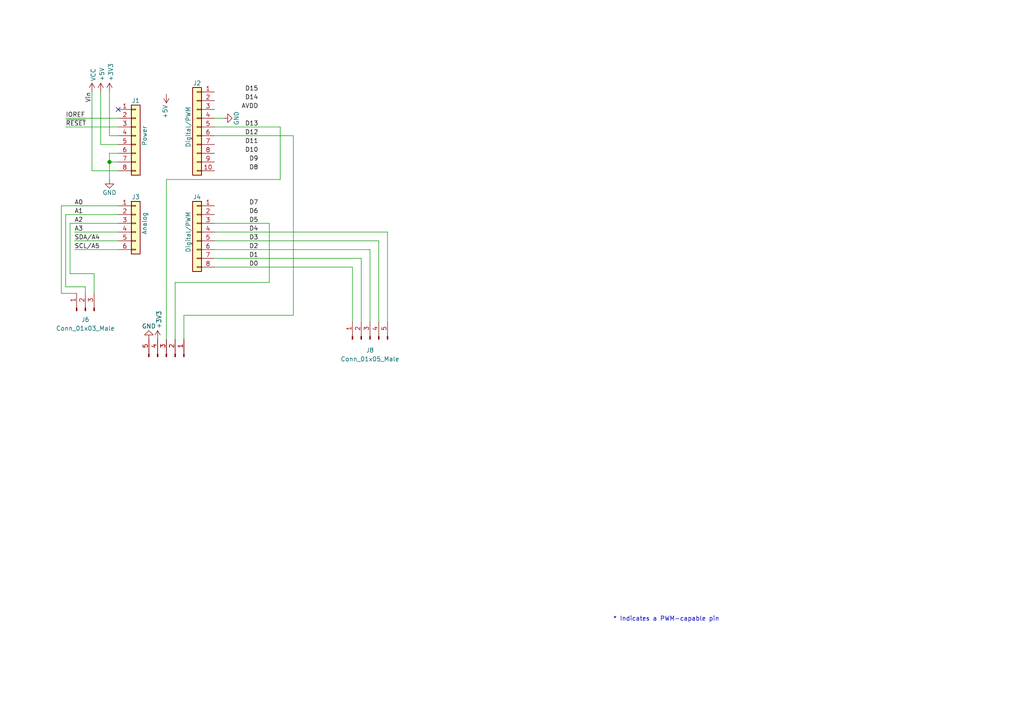
<source format=kicad_sch>
(kicad_sch (version 20211123) (generator eeschema)
  (paper "A4")
  (title_block (date "mar. 31 mars 2015"))
  (lib_symbols
    (symbol "Connector:Conn_01x03_Male" (pin_names (offset 1.016) hide)
      (property "Reference" "J" (at 0 5.08 0))
      (property "Value" "Conn_01x03_Male" (at 0 -5.08 0))
      (symbol "Conn_01x03_Male_1_1"
        (polyline (pts (xy 1.27 -2.54) (xy 0.8636 -2.54)) (stroke (width 0.1524)))
        (polyline (pts (xy 1.27 0) (xy 0.8636 0)) (stroke (width 0.1524)))
        (polyline (pts (xy 1.27 2.54) (xy 0.8636 2.54)) (stroke (width 0.1524)))
        (rectangle (start 0.8636 -2.413) (end 0 -2.667) (stroke (width 0.1524)) (fill (type outline)))
        (rectangle (start 0.8636 0.127) (end 0 -0.127) (stroke (width 0.1524)) (fill (type outline)))
        (rectangle (start 0.8636 2.667) (end 0 2.413) (stroke (width 0.1524)) (fill (type outline)))
        (pin passive line (at 5.08 2.54 180) (length 3.81) (name "Pin_1") (number "1"))
        (pin passive line (at 5.08 0 180) (length 3.81) (name "Pin_2") (number "2"))
        (pin passive line (at 5.08 -2.54 180) (length 3.81) (name "Pin_3") (number "3"))
      )
    )
    (symbol "Connector:Conn_01x05_Male" (pin_names (offset 1.016) hide)
      (property "Reference" "J" (at 0 7.62 0))
      (property "Value" "Conn_01x05_Male" (at 0 -7.62 0))
      (symbol "Conn_01x05_Male_1_1"
        (polyline (pts (xy 1.27 -5.08) (xy 0.8636 -5.08)) (stroke (width 0.1524)))
        (polyline (pts (xy 1.27 -2.54) (xy 0.8636 -2.54)) (stroke (width 0.1524)))
        (polyline (pts (xy 1.27 0) (xy 0.8636 0)) (stroke (width 0.1524)))
        (polyline (pts (xy 1.27 2.54) (xy 0.8636 2.54)) (stroke (width 0.1524)))
        (polyline (pts (xy 1.27 5.08) (xy 0.8636 5.08)) (stroke (width 0.1524)))
        (rectangle (start 0.8636 -4.953) (end 0 -5.207) (stroke (width 0.1524)) (fill (type outline)))
        (rectangle (start 0.8636 -2.413) (end 0 -2.667) (stroke (width 0.1524)) (fill (type outline)))
        (rectangle (start 0.8636 0.127) (end 0 -0.127) (stroke (width 0.1524)) (fill (type outline)))
        (rectangle (start 0.8636 2.667) (end 0 2.413) (stroke (width 0.1524)) (fill (type outline)))
        (rectangle (start 0.8636 5.207) (end 0 4.953) (stroke (width 0.1524)) (fill (type outline)))
        (pin passive line (at 5.08 5.08 180) (length 3.81) (name "Pin_1") (number "1"))
        (pin passive line (at 5.08 2.54 180) (length 3.81) (name "Pin_2") (number "2"))
        (pin passive line (at 5.08 0 180) (length 3.81) (name "Pin_3") (number "3"))
        (pin passive line (at 5.08 -2.54 180) (length 3.81) (name "Pin_4") (number "4"))
        (pin passive line (at 5.08 -5.08 180) (length 3.81) (name "Pin_5") (number "5"))
      )
    )
    (symbol "Connector_Generic:Conn_01x06" (pin_names (offset 1.016) hide)
      (property "Reference" "J" (at 0 7.62 0))
      (property "Value" "Conn_01x06" (at 0 -10.16 0))
      (symbol "Conn_01x06_1_1"
        (rectangle (start -1.27 -7.493) (end 0 -7.747) (stroke (width 0.1524)))
        (rectangle (start -1.27 -4.953) (end 0 -5.207) (stroke (width 0.1524)))
        (rectangle (start -1.27 -2.413) (end 0 -2.667) (stroke (width 0.1524)))
        (rectangle (start -1.27 0.127) (end 0 -0.127) (stroke (width 0.1524)))
        (rectangle (start -1.27 2.667) (end 0 2.413) (stroke (width 0.1524)))
        (rectangle (start -1.27 5.207) (end 0 4.953) (stroke (width 0.1524)))
        (rectangle (start -1.27 6.35) (end 1.27 -8.89) (stroke (width 0.254)) (fill (type background)))
        (pin passive line (at -5.08 5.08 0) (length 3.81) (name "Pin_1") (number "1"))
        (pin passive line (at -5.08 2.54 0) (length 3.81) (name "Pin_2") (number "2"))
        (pin passive line (at -5.08 0 0) (length 3.81) (name "Pin_3") (number "3"))
        (pin passive line (at -5.08 -2.54 0) (length 3.81) (name "Pin_4") (number "4"))
        (pin passive line (at -5.08 -5.08 0) (length 3.81) (name "Pin_5") (number "5"))
        (pin passive line (at -5.08 -7.62 0) (length 3.81) (name "Pin_6") (number "6"))
      )
    )
    (symbol "Connector_Generic:Conn_01x08" (pin_names (offset 1.016) hide)
      (property "Reference" "J" (at 0 10.16 0))
      (property "Value" "Conn_01x08" (at 0 -12.7 0))
      (symbol "Conn_01x08_1_1"
        (rectangle (start -1.27 -10.033) (end 0 -10.287) (stroke (width 0.1524)))
        (rectangle (start -1.27 -7.493) (end 0 -7.747) (stroke (width 0.1524)))
        (rectangle (start -1.27 -4.953) (end 0 -5.207) (stroke (width 0.1524)))
        (rectangle (start -1.27 -2.413) (end 0 -2.667) (stroke (width 0.1524)))
        (rectangle (start -1.27 0.127) (end 0 -0.127) (stroke (width 0.1524)))
        (rectangle (start -1.27 2.667) (end 0 2.413) (stroke (width 0.1524)))
        (rectangle (start -1.27 5.207) (end 0 4.953) (stroke (width 0.1524)))
        (rectangle (start -1.27 7.747) (end 0 7.493) (stroke (width 0.1524)))
        (rectangle (start -1.27 8.89) (end 1.27 -11.43) (stroke (width 0.254)) (fill (type background)))
        (pin passive line (at -5.08 7.62 0) (length 3.81) (name "Pin_1") (number "1"))
        (pin passive line (at -5.08 5.08 0) (length 3.81) (name "Pin_2") (number "2"))
        (pin passive line (at -5.08 2.54 0) (length 3.81) (name "Pin_3") (number "3"))
        (pin passive line (at -5.08 0 0) (length 3.81) (name "Pin_4") (number "4"))
        (pin passive line (at -5.08 -2.54 0) (length 3.81) (name "Pin_5") (number "5"))
        (pin passive line (at -5.08 -5.08 0) (length 3.81) (name "Pin_6") (number "6"))
        (pin passive line (at -5.08 -7.62 0) (length 3.81) (name "Pin_7") (number "7"))
        (pin passive line (at -5.08 -10.16 0) (length 3.81) (name "Pin_8") (number "8"))
      )
    )
    (symbol "Connector_Generic:Conn_01x10" (pin_names (offset 1.016) hide)
      (property "Reference" "J" (at 0 12.7 0))
      (property "Value" "Conn_01x10" (at 0 -15.24 0))
      (symbol "Conn_01x10_1_1"
        (rectangle (start -1.27 -12.573) (end 0 -12.827) (stroke (width 0.1524)))
        (rectangle (start -1.27 -10.033) (end 0 -10.287) (stroke (width 0.1524)))
        (rectangle (start -1.27 -7.493) (end 0 -7.747) (stroke (width 0.1524)))
        (rectangle (start -1.27 -4.953) (end 0 -5.207) (stroke (width 0.1524)))
        (rectangle (start -1.27 -2.413) (end 0 -2.667) (stroke (width 0.1524)))
        (rectangle (start -1.27 0.127) (end 0 -0.127) (stroke (width 0.1524)))
        (rectangle (start -1.27 2.667) (end 0 2.413) (stroke (width 0.1524)))
        (rectangle (start -1.27 5.207) (end 0 4.953) (stroke (width 0.1524)))
        (rectangle (start -1.27 7.747) (end 0 7.493) (stroke (width 0.1524)))
        (rectangle (start -1.27 10.287) (end 0 10.033) (stroke (width 0.1524)))
        (rectangle (start -1.27 11.43) (end 1.27 -13.97) (stroke (width 0.254)) (fill (type background)))
        (pin passive line (at -5.08 10.16 0) (length 3.81) (name "Pin_1") (number "1"))
        (pin passive line (at -5.08 -12.7 0) (length 3.81) (name "Pin_10") (number "10"))
        (pin passive line (at -5.08 7.62 0) (length 3.81) (name "Pin_2") (number "2"))
        (pin passive line (at -5.08 5.08 0) (length 3.81) (name "Pin_3") (number "3"))
        (pin passive line (at -5.08 2.54 0) (length 3.81) (name "Pin_4") (number "4"))
        (pin passive line (at -5.08 0 0) (length 3.81) (name "Pin_5") (number "5"))
        (pin passive line (at -5.08 -2.54 0) (length 3.81) (name "Pin_6") (number "6"))
        (pin passive line (at -5.08 -5.08 0) (length 3.81) (name "Pin_7") (number "7"))
        (pin passive line (at -5.08 -7.62 0) (length 3.81) (name "Pin_8") (number "8"))
        (pin passive line (at -5.08 -10.16 0) (length 3.81) (name "Pin_9") (number "9"))
      )
    )
    (symbol "power:+3V3" (power) (pin_names (offset 0))
      (property "Value" "+3V3" (at 0 3.556 0))
      (symbol "+3V3_0_1"
        (polyline (pts (xy -0.762 1.27) (xy 0 2.54)))
        (polyline (pts (xy 0 0) (xy 0 2.54)))
        (polyline (pts (xy 0 2.54) (xy 0.762 1.27)))
      )
      (symbol "+3V3_1_1"
        (pin power_in line (at 0 0 90) (length 0) hide (name "+3V3") (number "1"))
      )
    )
    (symbol "power:+5V" (power) (pin_names (offset 0))
      (property "Value" "+5V" (at 0 3.556 0))
      (symbol "+5V_0_1"
        (polyline (pts (xy -0.762 1.27) (xy 0 2.54)))
        (polyline (pts (xy 0 0) (xy 0 2.54)))
        (polyline (pts (xy 0 2.54) (xy 0.762 1.27)))
      )
      (symbol "+5V_1_1"
        (pin power_in line (at 0 0 90) (length 0) hide (name "+5V") (number "1"))
      )
    )
    (symbol "power:GND" (power) (pin_names (offset 0))
      (property "Value" "GND" (at 0 -3.81 0))
      (symbol "GND_0_1"
        (polyline (pts (xy 0 0) (xy 0 -1.27) (xy 1.27 -1.27) (xy 0 -2.54) (xy -1.27 -1.27) (xy 0 -1.27)))
      )
      (symbol "GND_1_1"
        (pin power_in line (at 0 0 270) (length 0) hide (name "GND") (number "1"))
      )
    )
    (symbol "power:VCC" (power) (pin_names (offset 0))
      (property "Value" "VCC" (at 0 3.81 0))
      (symbol "VCC_0_1"
        (polyline (pts (xy -0.762 1.27) (xy 0 2.54)))
        (polyline (pts (xy 0 0) (xy 0 2.54)))
        (polyline (pts (xy 0 2.54) (xy 0.762 1.27)))
      )
      (symbol "VCC_1_1"
        (pin power_in line (at 0 0 90) (length 0) hide (name "VCC") (number "1"))
      )
    )
  )
  (junction (at 31.75 46.99) (diameter 1.016))
  (no_connect (at 34.29 31.75))
  (wire (pts (xy 27.305 79.375) (xy 20.32 79.375)))
  (wire (pts (xy 24.765 83.185) (xy 24.765 85.09)))
  (wire (pts (xy 53.34 91.44) (xy 53.34 98.425)))
  (wire (pts (xy 109.855 69.85) (xy 109.855 93.345)))
  (wire (pts (xy 31.75 44.45) (xy 31.75 46.99)))
  (wire (pts (xy 62.23 74.93) (xy 104.775 74.93)))
  (wire (pts (xy 21.59 72.39) (xy 34.29 72.39)))
  (wire (pts (xy 31.75 46.99) (xy 31.75 52.07)))
  (wire (pts (xy 112.395 67.31) (xy 112.395 93.345)))
  (wire (pts (xy 31.75 39.37) (xy 34.29 39.37)))
  (wire (pts (xy 62.23 39.37) (xy 85.09 39.37)))
  (wire (pts (xy 29.21 41.91) (xy 34.29 41.91)))
  (wire (pts (xy 29.21 26.67) (xy 29.21 41.91)))
  (wire (pts (xy 50.8 98.425) (xy 50.8 81.915)))
  (wire (pts (xy 31.75 26.67) (xy 31.75 39.37)))
  (wire (pts (xy 107.315 72.39) (xy 62.23 72.39)))
  (wire (pts (xy 17.78 59.69) (xy 34.29 59.69)))
  (wire (pts (xy 107.315 93.345) (xy 107.315 72.39)))
  (wire (pts (xy 48.26 52.07) (xy 81.28 52.07)))
  (wire (pts (xy 81.28 36.83) (xy 62.23 36.83)))
  (wire (pts (xy 48.26 52.07) (xy 48.26 98.425)))
  (wire (pts (xy 19.05 34.29) (xy 34.29 34.29)))
  (wire (pts (xy 102.235 93.345) (xy 102.235 77.47)))
  (wire (pts (xy 102.235 77.47) (xy 62.23 77.47)))
  (wire (pts (xy 19.05 36.83) (xy 34.29 36.83)))
  (wire (pts (xy 34.29 46.99) (xy 31.75 46.99)))
  (wire (pts (xy 34.29 49.53) (xy 26.67 49.53)))
  (wire (pts (xy 50.8 81.915) (xy 78.105 81.915)))
  (wire (pts (xy 19.05 62.23) (xy 34.29 62.23)))
  (wire (pts (xy 20.32 64.77) (xy 34.29 64.77)))
  (wire (pts (xy 85.09 39.37) (xy 85.09 91.44)))
  (wire (pts (xy 19.05 83.185) (xy 24.765 83.185)))
  (wire (pts (xy 20.32 79.375) (xy 20.32 64.77)))
  (wire (pts (xy 62.23 34.29) (xy 64.77 34.29)))
  (wire (pts (xy 34.29 44.45) (xy 31.75 44.45)))
  (wire (pts (xy 17.78 59.69) (xy 17.78 85.09)))
  (wire (pts (xy 81.28 52.07) (xy 81.28 36.83)))
  (wire (pts (xy 78.105 81.915) (xy 78.105 64.77)))
  (wire (pts (xy 62.23 69.85) (xy 109.855 69.85)))
  (wire (pts (xy 21.59 67.31) (xy 34.29 67.31)))
  (wire (pts (xy 85.09 91.44) (xy 53.34 91.44)))
  (wire (pts (xy 17.78 85.09) (xy 22.225 85.09)))
  (wire (pts (xy 78.105 64.77) (xy 62.23 64.77)))
  (wire (pts (xy 104.775 74.93) (xy 104.775 93.345)))
  (wire (pts (xy 19.05 62.23) (xy 19.05 83.185)))
  (wire (pts (xy 27.305 85.09) (xy 27.305 79.375)))
  (wire (pts (xy 62.23 67.31) (xy 112.395 67.31)))
  (wire (pts (xy 26.67 49.53) (xy 26.67 26.67)))
  (wire (pts (xy 34.29 69.85) (xy 21.59 69.85)))
  (text "* Indicates a PWM-capable pin" (at 177.8 180.34 0) (effects (font (size 1.27 1.27)) (justify left bottom)))
  (label "D0" (at 74.93 77.47 180))
  (label "A2" (at 21.59 64.77 0))
  (label "D4" (at 74.93 67.31 180))
  (label "D2" (at 74.93 72.39 180))
  (label "A3" (at 21.59 67.31 0))
  (label "D13" (at 74.93 36.83 180))
  (label "D12" (at 74.93 39.37 180))
  (label "~{RESET}" (at 19.05 36.83 0))
  (label "D10" (at 74.93 44.45 180))
  (label "D7" (at 74.93 59.69 180))
  (label "D14" (at 74.93 29.21 180))
  (label "D8" (at 74.93 49.53 180))
  (label "D11" (at 74.93 41.91 180))
  (label "D3" (at 74.93 69.85 180))
  (label "A1" (at 21.59 62.23 0))
  (label "D1" (at 74.93 74.93 180))
  (label "A0" (at 21.59 59.69 0))
  (label "AVDD" (at 74.93 31.75 180))
  (label "Vin" (at 26.67 26.67 270))
  (label "D6" (at 74.93 62.23 180))
  (label "D15" (at 74.93 26.67 180))
  (label "D9" (at 74.93 46.99 180))
  (label "D5" (at 74.93 64.77 180))
  (label "IOREF" (at 19.05 34.29 0))
  (label "SDA{slash}A4" (at 21.59 69.85 0))
  (label "SCL{slash}A5" (at 21.59 72.39 0))
  (symbol (lib_id "Connector_Generic:Conn_01x08") (at 39.37 39.37 0) (unit 1)
    (property "Reference" "J1" (at 39.37 29.21 0))
    (property "Value" "Power" (at 41.91 39.37 90))
    (property "Footprint" "Connector_PinSocket_2.54mm:PinSocket_1x08_P2.54mm_Vertical" (effects hide))
  )
  (symbol (lib_id "power:+3V3") (at 31.75 26.67 0) (unit 1)
    (property "Reference" "#PWR03" (effects hide))
    (property "Value" "+3.3V" (at 32.131 23.622 90) (effects (justify left)))
  )
  (symbol (lib_id "power:+5V") (at 29.21 26.67 0) (unit 1)
    (property "Reference" "#PWR02" (effects hide))
    (property "Value" "+5V" (at 29.5656 23.622 90) (effects (justify left)))
  )
  (symbol (lib_id "power:GND") (at 31.75 52.07 0) (unit 1)
    (property "Reference" "#PWR04" (effects hide))
    (property "Value" "GND" (at 31.75 55.88 0))
  )
  (symbol (lib_id "Connector_Generic:Conn_01x10") (at 57.15 36.83 0) (mirror y) (unit 1)
    (property "Reference" "J2" (at 57.15 24.13 0))
    (property "Value" "Digital/PWM" (at 54.61 36.83 90))
    (property "Footprint" "Connector_PinSocket_2.54mm:PinSocket_1x10_P2.54mm_Vertical" (effects hide))
  )
  (symbol (lib_id "Connector_Generic:Conn_01x06") (at 39.37 64.77 0) (unit 1)
    (property "Reference" "J3" (at 39.37 57.15 0))
    (property "Value" "Analog" (at 41.91 64.77 90))
    (property "Footprint" "Connector_PinSocket_2.54mm:PinSocket_1x06_P2.54mm_Vertical" (effects hide))
  )
  (symbol (lib_id "Connector_Generic:Conn_01x08") (at 57.15 67.31 0) (mirror y) (unit 1)
    (property "Reference" "J4" (at 57.15 57.15 0))
    (property "Value" "Digital/PWM" (at 54.61 67.31 90))
    (property "Footprint" "Connector_PinSocket_2.54mm:PinSocket_1x08_P2.54mm_Vertical" (effects hide))
  )
  (symbol (lib_id "Connector:Conn_01x03_Male") (at 24.765 90.17 90) (unit 1)
    (property "Reference" "J6" (at 24.765 92.71 90))
    (property "Value" "Conn_01x03_Male" (at 24.765 95.25 90))
    (property "Footprint" "Connector_PinHeader_2.54mm:PinHeader_1x03_P2.54mm_Horizontal" (effects hide))
  )
  (symbol (lib_id "power:+3V3") (at 45.72 98.425 0) (unit 1)
    (property "Reference" "#PWR0102" (effects hide))
    (property "Value" "+3.3V" (at 46.101 95.377 90) (effects (justify left)))
  )
  (symbol (lib_id "power:VCC") (at 26.67 26.67 0) (unit 1)
    (property "Reference" "#PWR01" (effects hide))
    (property "Value" "VCC" (at 27.051 23.622 90) (effects (justify left)))
  )
  (symbol (lib_id "Connector:Conn_01x05_Male") (at 48.26 103.505 270) (mirror x) (unit 1)
    (property "Reference" "J5" (effects hide))
    (property "Value" "Conn_01x05_Male" (effects hide))
    (property "Footprint" "Connector_PinHeader_2.54mm:PinHeader_1x05_P2.54mm_Horizontal" (effects hide))
  )
  (symbol (lib_id "power:GND") (at 64.77 34.29 90) (unit 1)
    (property "Reference" "#PWR0101" (effects hide))
    (property "Value" "GND" (at 68.58 34.29 0))
  )
  (symbol (lib_id "Connector:Conn_01x05_Male") (at 107.315 98.425 90) (unit 1)
    (property "Reference" "J8" (at 107.315 101.6 90))
    (property "Value" "Conn_01x05_Male" (at 107.315 104.14 90))
    (property "Footprint" "Connector_PinHeader_2.54mm:PinHeader_1x05_P2.54mm_Horizontal" (effects hide))
  )
  (symbol (lib_id "power:GND") (at 43.18 98.425 180) (unit 1)
    (property "Reference" "#PWR0105" (effects hide))
    (property "Value" "GND" (at 43.18 94.615 0))
  )
  (symbol (lib_id "power:+5V") (at 48.26 27.305 180) (unit 1)
    (property "Reference" "#PWR0104" (effects hide))
    (property "Value" "+5V" (at 47.9044 30.353 90) (effects (justify left)))
  )
)
</source>
